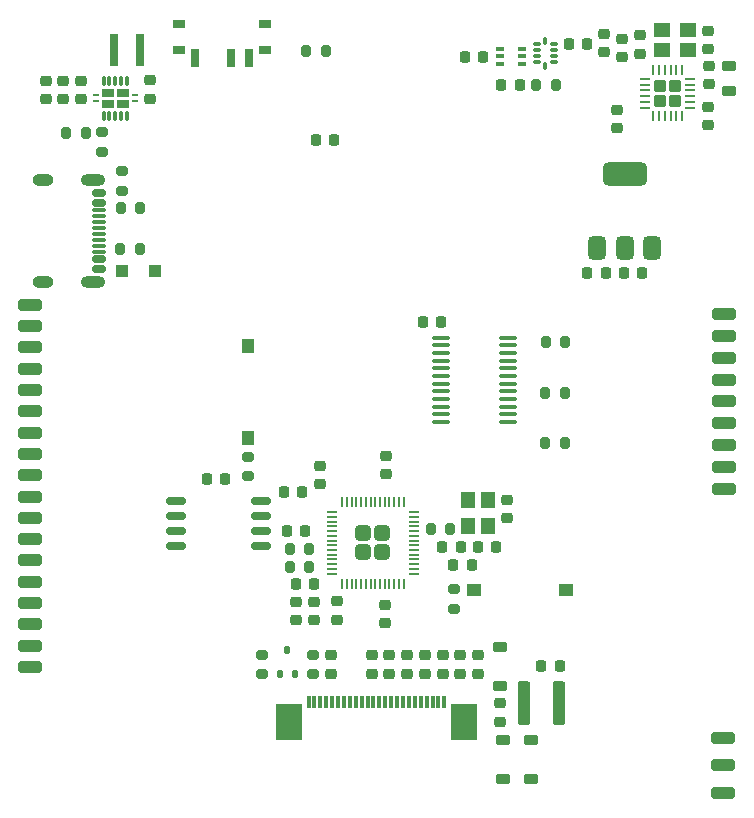
<source format=gbr>
%TF.GenerationSoftware,KiCad,Pcbnew,9.0.0*%
%TF.CreationDate,2025-07-21T17:32:05-04:00*%
%TF.ProjectId,shipwreckedpcb,73686970-7772-4656-936b-65647063622e,rev?*%
%TF.SameCoordinates,Original*%
%TF.FileFunction,Paste,Bot*%
%TF.FilePolarity,Positive*%
%FSLAX46Y46*%
G04 Gerber Fmt 4.6, Leading zero omitted, Abs format (unit mm)*
G04 Created by KiCad (PCBNEW 9.0.0) date 2025-07-21 17:32:05*
%MOMM*%
%LPD*%
G01*
G04 APERTURE LIST*
G04 Aperture macros list*
%AMRoundRect*
0 Rectangle with rounded corners*
0 $1 Rounding radius*
0 $2 $3 $4 $5 $6 $7 $8 $9 X,Y pos of 4 corners*
0 Add a 4 corners polygon primitive as box body*
4,1,4,$2,$3,$4,$5,$6,$7,$8,$9,$2,$3,0*
0 Add four circle primitives for the rounded corners*
1,1,$1+$1,$2,$3*
1,1,$1+$1,$4,$5*
1,1,$1+$1,$6,$7*
1,1,$1+$1,$8,$9*
0 Add four rect primitives between the rounded corners*
20,1,$1+$1,$2,$3,$4,$5,0*
20,1,$1+$1,$4,$5,$6,$7,0*
20,1,$1+$1,$6,$7,$8,$9,0*
20,1,$1+$1,$8,$9,$2,$3,0*%
G04 Aperture macros list end*
%ADD10RoundRect,0.225000X-0.250000X0.225000X-0.250000X-0.225000X0.250000X-0.225000X0.250000X0.225000X0*%
%ADD11RoundRect,0.075000X0.225000X0.075000X-0.225000X0.075000X-0.225000X-0.075000X0.225000X-0.075000X0*%
%ADD12RoundRect,0.075000X0.075000X0.237500X-0.075000X0.237500X-0.075000X-0.237500X0.075000X-0.237500X0*%
%ADD13RoundRect,0.200000X-0.200000X-0.275000X0.200000X-0.275000X0.200000X0.275000X-0.200000X0.275000X0*%
%ADD14RoundRect,0.250000X0.750000X-0.250000X0.750000X0.250000X-0.750000X0.250000X-0.750000X-0.250000X0*%
%ADD15RoundRect,0.200000X0.275000X-0.200000X0.275000X0.200000X-0.275000X0.200000X-0.275000X-0.200000X0*%
%ADD16RoundRect,0.112500X0.112500X0.237500X-0.112500X0.237500X-0.112500X-0.237500X0.112500X-0.237500X0*%
%ADD17RoundRect,0.250000X-0.750000X0.250000X-0.750000X-0.250000X0.750000X-0.250000X0.750000X0.250000X0*%
%ADD18RoundRect,0.225000X0.375000X-0.225000X0.375000X0.225000X-0.375000X0.225000X-0.375000X-0.225000X0*%
%ADD19RoundRect,0.225000X0.250000X-0.225000X0.250000X0.225000X-0.250000X0.225000X-0.250000X-0.225000X0*%
%ADD20RoundRect,0.375000X0.375000X-0.625000X0.375000X0.625000X-0.375000X0.625000X-0.375000X-0.625000X0*%
%ADD21RoundRect,0.500000X1.400000X-0.500000X1.400000X0.500000X-1.400000X0.500000X-1.400000X-0.500000X0*%
%ADD22RoundRect,0.162500X0.650000X0.162500X-0.650000X0.162500X-0.650000X-0.162500X0.650000X-0.162500X0*%
%ADD23RoundRect,0.150000X0.425000X-0.150000X0.425000X0.150000X-0.425000X0.150000X-0.425000X-0.150000X0*%
%ADD24RoundRect,0.075000X0.500000X-0.075000X0.500000X0.075000X-0.500000X0.075000X-0.500000X-0.075000X0*%
%ADD25O,1.800000X1.000000*%
%ADD26O,2.100000X1.000000*%
%ADD27R,1.250000X1.000000*%
%ADD28RoundRect,0.225000X-0.225000X-0.250000X0.225000X-0.250000X0.225000X0.250000X-0.225000X0.250000X0*%
%ADD29R,1.200000X1.400000*%
%ADD30RoundRect,0.250000X0.300000X0.300000X-0.300000X0.300000X-0.300000X-0.300000X0.300000X-0.300000X0*%
%ADD31RoundRect,0.200000X-0.275000X0.200000X-0.275000X-0.200000X0.275000X-0.200000X0.275000X0.200000X0*%
%ADD32RoundRect,0.100000X0.637500X0.100000X-0.637500X0.100000X-0.637500X-0.100000X0.637500X-0.100000X0*%
%ADD33RoundRect,0.225000X0.225000X0.250000X-0.225000X0.250000X-0.225000X-0.250000X0.225000X-0.250000X0*%
%ADD34R,0.280000X0.280000*%
%ADD35O,0.280000X0.850000*%
%ADD36R,1.050000X0.680000*%
%ADD37R,0.500000X0.260000*%
%ADD38R,0.800000X2.700000*%
%ADD39RoundRect,0.225000X-0.375000X0.225000X-0.375000X-0.225000X0.375000X-0.225000X0.375000X0.225000X0*%
%ADD40R,1.000000X1.250000*%
%ADD41RoundRect,0.249999X-0.395001X0.395001X-0.395001X-0.395001X0.395001X-0.395001X0.395001X0.395001X0*%
%ADD42RoundRect,0.050000X-0.050000X0.387500X-0.050000X-0.387500X0.050000X-0.387500X0.050000X0.387500X0*%
%ADD43RoundRect,0.050000X-0.387500X0.050000X-0.387500X-0.050000X0.387500X-0.050000X0.387500X0.050000X0*%
%ADD44RoundRect,0.250000X0.300000X1.600000X-0.300000X1.600000X-0.300000X-1.600000X0.300000X-1.600000X0*%
%ADD45R,1.400000X1.200000*%
%ADD46RoundRect,0.100000X0.225000X0.100000X-0.225000X0.100000X-0.225000X-0.100000X0.225000X-0.100000X0*%
%ADD47RoundRect,0.218750X0.381250X-0.218750X0.381250X0.218750X-0.381250X0.218750X-0.381250X-0.218750X0*%
%ADD48R,0.300000X1.100000*%
%ADD49R,2.300000X3.100000*%
%ADD50R,1.000000X0.800000*%
%ADD51R,0.700000X1.500000*%
%ADD52RoundRect,0.250000X-0.275000X0.275000X-0.275000X-0.275000X0.275000X-0.275000X0.275000X0.275000X0*%
%ADD53RoundRect,0.062500X-0.062500X0.350000X-0.062500X-0.350000X0.062500X-0.350000X0.062500X0.350000X0*%
%ADD54RoundRect,0.062500X-0.350000X0.062500X-0.350000X-0.062500X0.350000X-0.062500X0.350000X0.062500X0*%
%ADD55RoundRect,0.200000X0.200000X0.275000X-0.200000X0.275000X-0.200000X-0.275000X0.200000X-0.275000X0*%
%ADD56RoundRect,0.218750X0.218750X0.256250X-0.218750X0.256250X-0.218750X-0.256250X0.218750X-0.256250X0*%
G04 APERTURE END LIST*
D10*
%TO.C,C8*%
X147750000Y-111875000D03*
X147750000Y-113425000D03*
%TD*%
D11*
%TO.C,FL1*%
X162000000Y-64450000D03*
X162000000Y-64950000D03*
X162000000Y-65450000D03*
X162000000Y-65950000D03*
D12*
X161300000Y-66262500D03*
D11*
X160600000Y-65950000D03*
X160600000Y-65450000D03*
X160600000Y-64950000D03*
X160600000Y-64450000D03*
D12*
X161300000Y-64137500D03*
%TD*%
D13*
%TO.C,R3*%
X139675000Y-108650000D03*
X141325000Y-108650000D03*
%TD*%
D14*
%TO.C,J30*%
X176375000Y-125457500D03*
%TD*%
D15*
%TO.C,R9*%
X137302500Y-117775000D03*
X137302500Y-116125000D03*
%TD*%
D13*
%TO.C,R20*%
X161337500Y-89600000D03*
X162987500Y-89600000D03*
%TD*%
%TO.C,R4*%
X125310000Y-81750000D03*
X126960000Y-81750000D03*
%TD*%
D16*
%TO.C,Q1*%
X140102500Y-117740580D03*
X138802500Y-117740580D03*
X139452500Y-115740580D03*
%TD*%
D17*
%TO.C,J14*%
X117650000Y-93703530D03*
%TD*%
D14*
%TO.C,J35*%
X176450000Y-94675000D03*
%TD*%
D13*
%TO.C,R21*%
X161287500Y-93950000D03*
X162937500Y-93950000D03*
%TD*%
D18*
%TO.C,D3*%
X160100000Y-126650000D03*
X160100000Y-123350000D03*
%TD*%
D19*
%TO.C,C62*%
X166300000Y-65125000D03*
X166300000Y-63575000D03*
%TD*%
D10*
%TO.C,C19*%
X152600000Y-116175000D03*
X152600000Y-117725000D03*
%TD*%
D20*
%TO.C,U6*%
X170312500Y-81700000D03*
X168012500Y-81700000D03*
D21*
X168012500Y-75400000D03*
D20*
X165712500Y-81700000D03*
%TD*%
D22*
%TO.C,U2*%
X137187500Y-103095000D03*
X137187500Y-104365000D03*
X137187500Y-105635000D03*
X137187500Y-106905000D03*
X130012500Y-106905000D03*
X130012500Y-105635000D03*
X130012500Y-104365000D03*
X130012500Y-103095000D03*
%TD*%
D19*
%TO.C,C13*%
X158050000Y-104525000D03*
X158050000Y-102975000D03*
%TD*%
D15*
%TO.C,R8*%
X141600000Y-117775000D03*
X141600000Y-116125000D03*
%TD*%
D23*
%TO.C,J1*%
X123540000Y-83450000D03*
X123540000Y-82650000D03*
D24*
X123540000Y-81500000D03*
X123540000Y-80500000D03*
X123540000Y-80000000D03*
X123540000Y-79000000D03*
D23*
X123540000Y-77850000D03*
X123540000Y-77050000D03*
X123540000Y-77050000D03*
X123540000Y-77850000D03*
D24*
X123540000Y-78500000D03*
X123540000Y-79500000D03*
X123540000Y-81000000D03*
X123540000Y-82000000D03*
D23*
X123540000Y-82650000D03*
X123540000Y-83450000D03*
D25*
X118785000Y-84570000D03*
D26*
X122965000Y-84570000D03*
D25*
X118785000Y-75930000D03*
D26*
X122965000Y-75930000D03*
%TD*%
D27*
%TO.C,SW2*%
X163025000Y-110650000D03*
X155275000Y-110650000D03*
%TD*%
D28*
%TO.C,C22*%
X160975000Y-117100000D03*
X162525000Y-117100000D03*
%TD*%
D10*
%TO.C,C20*%
X155600000Y-116175000D03*
X155600000Y-117725000D03*
%TD*%
%TO.C,C21*%
X157500000Y-120225000D03*
X157500000Y-121775000D03*
%TD*%
D29*
%TO.C,Y1*%
X156450000Y-103050000D03*
X156450000Y-105250000D03*
X154750000Y-105250000D03*
X154750000Y-103050000D03*
%TD*%
D10*
%TO.C,C52*%
X122000000Y-67550000D03*
X122000000Y-69100000D03*
%TD*%
D17*
%TO.C,J26*%
X117650000Y-115345883D03*
%TD*%
%TO.C,J28*%
X117650000Y-117149412D03*
%TD*%
D14*
%TO.C,J31*%
X176450000Y-102050000D03*
%TD*%
D30*
%TO.C,D1*%
X128250000Y-83650000D03*
X125450000Y-83650000D03*
%TD*%
D19*
%TO.C,C54*%
X120500000Y-69100000D03*
X120500000Y-67550000D03*
%TD*%
D10*
%TO.C,C65*%
X169300000Y-63675000D03*
X169300000Y-65225000D03*
%TD*%
D28*
%TO.C,C60*%
X167950000Y-83825000D03*
X169500000Y-83825000D03*
%TD*%
D31*
%TO.C,R19*%
X123800000Y-71900000D03*
X123800000Y-73550000D03*
%TD*%
D15*
%TO.C,R6*%
X153600000Y-112225000D03*
X153600000Y-110575000D03*
%TD*%
D17*
%TO.C,J7*%
X117650000Y-91900000D03*
%TD*%
D14*
%TO.C,J40*%
X176375000Y-123125000D03*
%TD*%
D32*
%TO.C,U7*%
X158162500Y-89275000D03*
X158162500Y-89925000D03*
X158162500Y-90575000D03*
X158162500Y-91225000D03*
X158162500Y-91875000D03*
X158162500Y-92525000D03*
X158162500Y-93175000D03*
X158162500Y-93825000D03*
X158162500Y-94475000D03*
X158162500Y-95125000D03*
X158162500Y-95775000D03*
X158162500Y-96425000D03*
X152437500Y-96425000D03*
X152437500Y-95775000D03*
X152437500Y-95125000D03*
X152437500Y-94475000D03*
X152437500Y-93825000D03*
X152437500Y-93175000D03*
X152437500Y-92525000D03*
X152437500Y-91875000D03*
X152437500Y-91225000D03*
X152437500Y-90575000D03*
X152437500Y-89925000D03*
X152437500Y-89275000D03*
%TD*%
D14*
%TO.C,J37*%
X176450000Y-90987500D03*
%TD*%
D17*
%TO.C,J19*%
X117650000Y-102721177D03*
%TD*%
D33*
%TO.C,C64*%
X159125000Y-67900000D03*
X157575000Y-67900000D03*
%TD*%
D13*
%TO.C,R18*%
X120725000Y-71975000D03*
X122375000Y-71975000D03*
%TD*%
D10*
%TO.C,C17*%
X148100000Y-116175000D03*
X148100000Y-117725000D03*
%TD*%
D34*
%TO.C,U4*%
X123900000Y-67240000D03*
D35*
X123900000Y-67525000D03*
D34*
X124400000Y-67240000D03*
D35*
X124400000Y-67525000D03*
D34*
X124900000Y-67240000D03*
D35*
X124900000Y-67525000D03*
D34*
X125400000Y-67240000D03*
D35*
X125400000Y-67525000D03*
D34*
X125900000Y-67240000D03*
D35*
X125900000Y-67525000D03*
X125900000Y-70475000D03*
D34*
X125900000Y-70760000D03*
D35*
X125400000Y-70475000D03*
D34*
X125400000Y-70760000D03*
D35*
X124900000Y-70475000D03*
D34*
X124900000Y-70760000D03*
D35*
X124400000Y-70475000D03*
D34*
X124400000Y-70760000D03*
D35*
X123900000Y-70475000D03*
D34*
X123900000Y-70760000D03*
D36*
X125535000Y-68550000D03*
X124265000Y-68550000D03*
D37*
X126530000Y-68750000D03*
X123270000Y-68750000D03*
X126530000Y-69250000D03*
X123270000Y-69250000D03*
D36*
X125535000Y-69450000D03*
X124265000Y-69450000D03*
%TD*%
D38*
%TO.C,L9*%
X126950000Y-64900000D03*
X124750000Y-64900000D03*
%TD*%
D28*
%TO.C,C2*%
X153525000Y-108500000D03*
X155075000Y-108500000D03*
%TD*%
D39*
%TO.C,D4*%
X157500000Y-115450000D03*
X157500000Y-118750000D03*
%TD*%
D13*
%TO.C,R24*%
X141075000Y-65000000D03*
X142725000Y-65000000D03*
%TD*%
D14*
%TO.C,J32*%
X176450000Y-100206250D03*
%TD*%
%TO.C,J34*%
X176450000Y-96518750D03*
%TD*%
D33*
%TO.C,C61*%
X166400000Y-83825000D03*
X164850000Y-83825000D03*
%TD*%
D40*
%TO.C,SW1*%
X136150000Y-89975000D03*
X136150000Y-97725000D03*
%TD*%
D14*
%TO.C,J29*%
X176375000Y-127790000D03*
%TD*%
D17*
%TO.C,J16*%
X117650000Y-97310588D03*
%TD*%
D33*
%TO.C,C51*%
X143425000Y-72550000D03*
X141875000Y-72550000D03*
%TD*%
%TO.C,C63*%
X156025000Y-65550000D03*
X154475000Y-65550000D03*
%TD*%
D41*
%TO.C,U1*%
X147505000Y-105850000D03*
X145905000Y-105850000D03*
X147505000Y-107450000D03*
X145905000Y-107450000D03*
D42*
X144105000Y-103212500D03*
X144505000Y-103212500D03*
X144905000Y-103212500D03*
X145305000Y-103212500D03*
X145705000Y-103212500D03*
X146105000Y-103212500D03*
X146505000Y-103212500D03*
X146905000Y-103212500D03*
X147305000Y-103212500D03*
X147705000Y-103212500D03*
X148105000Y-103212500D03*
X148505000Y-103212500D03*
X148905000Y-103212500D03*
X149305000Y-103212500D03*
D43*
X150142500Y-104050000D03*
X150142500Y-104450000D03*
X150142500Y-104850000D03*
X150142500Y-105250000D03*
X150142500Y-105650000D03*
X150142500Y-106050000D03*
X150142500Y-106450000D03*
X150142500Y-106850000D03*
X150142500Y-107250000D03*
X150142500Y-107650000D03*
X150142500Y-108050000D03*
X150142500Y-108450000D03*
X150142500Y-108850000D03*
X150142500Y-109250000D03*
D42*
X149305000Y-110087500D03*
X148905000Y-110087500D03*
X148505000Y-110087500D03*
X148105000Y-110087500D03*
X147705000Y-110087500D03*
X147305000Y-110087500D03*
X146905000Y-110087500D03*
X146505000Y-110087500D03*
X146105000Y-110087500D03*
X145705000Y-110087500D03*
X145305000Y-110087500D03*
X144905000Y-110087500D03*
X144505000Y-110087500D03*
X144105000Y-110087500D03*
D43*
X143267500Y-109250000D03*
X143267500Y-108850000D03*
X143267500Y-108450000D03*
X143267500Y-108050000D03*
X143267500Y-107650000D03*
X143267500Y-107250000D03*
X143267500Y-106850000D03*
X143267500Y-106450000D03*
X143267500Y-106050000D03*
X143267500Y-105650000D03*
X143267500Y-105250000D03*
X143267500Y-104850000D03*
X143267500Y-104450000D03*
X143267500Y-104050000D03*
%TD*%
D44*
%TO.C,L1*%
X162500000Y-120200000D03*
X159500000Y-120200000D03*
%TD*%
D19*
%TO.C,C6*%
X147800000Y-100825000D03*
X147800000Y-99275000D03*
%TD*%
D28*
%TO.C,C12*%
X132637500Y-101255000D03*
X134187500Y-101255000D03*
%TD*%
D17*
%TO.C,J23*%
X117650000Y-109935294D03*
%TD*%
%TO.C,J25*%
X117650000Y-113542353D03*
%TD*%
D39*
%TO.C,D2*%
X157700000Y-123350000D03*
X157700000Y-126650000D03*
%TD*%
D13*
%TO.C,R2*%
X139675000Y-107150000D03*
X141325000Y-107150000D03*
%TD*%
D31*
%TO.C,FB1*%
X125435000Y-75195000D03*
X125435000Y-76845000D03*
%TD*%
D17*
%TO.C,J17*%
X117650000Y-99114118D03*
%TD*%
D19*
%TO.C,C55*%
X119000000Y-69100000D03*
X119000000Y-67550000D03*
%TD*%
D45*
%TO.C,Y2*%
X173350000Y-64950000D03*
X171150000Y-64950000D03*
X171150000Y-63250000D03*
X173350000Y-63250000D03*
%TD*%
D17*
%TO.C,J6*%
X117650000Y-90096471D03*
%TD*%
D46*
%TO.C,U3*%
X159350000Y-64800000D03*
X159350000Y-65450000D03*
X159350000Y-66100000D03*
X157450000Y-66100000D03*
X157450000Y-65450000D03*
X157450000Y-64800000D03*
%TD*%
D47*
%TO.C,L11*%
X176850000Y-68362500D03*
X176850000Y-66237500D03*
%TD*%
D10*
%TO.C,C11*%
X140196992Y-111628710D03*
X140196992Y-113178710D03*
%TD*%
D17*
%TO.C,J24*%
X117650000Y-111738824D03*
%TD*%
D48*
%TO.C,J2*%
X152750000Y-120100000D03*
X152250000Y-120100000D03*
X151750000Y-120100000D03*
X151250000Y-120100000D03*
X150750000Y-120100000D03*
X150250000Y-120100000D03*
X149750000Y-120100000D03*
X149250000Y-120100000D03*
X148750000Y-120100000D03*
X148250000Y-120100000D03*
X147750000Y-120100000D03*
X147250000Y-120100000D03*
X146750000Y-120100000D03*
X146250000Y-120100000D03*
X145750000Y-120100000D03*
X145250000Y-120100000D03*
X144750000Y-120100000D03*
X144250000Y-120100000D03*
X143750000Y-120100000D03*
X143250000Y-120100000D03*
X142750000Y-120100000D03*
X142250000Y-120100000D03*
X141750000Y-120100000D03*
X141250000Y-120100000D03*
D49*
X154420000Y-121800000D03*
X139580000Y-121800000D03*
%TD*%
D50*
%TO.C,SW19*%
X130275000Y-62720000D03*
X130275000Y-64930000D03*
X137575000Y-62720000D03*
X137575000Y-64930000D03*
D51*
X131675000Y-65580000D03*
X134675000Y-65580000D03*
X136175000Y-65580000D03*
%TD*%
D19*
%TO.C,C24*%
X167350000Y-71525000D03*
X167350000Y-69975000D03*
%TD*%
D10*
%TO.C,C15*%
X143150000Y-116175000D03*
X143150000Y-117725000D03*
%TD*%
%TO.C,C23*%
X151100000Y-116175000D03*
X151100000Y-117725000D03*
%TD*%
D17*
%TO.C,J22*%
X117650000Y-108131765D03*
%TD*%
D19*
%TO.C,C57*%
X167800000Y-65525000D03*
X167800000Y-63975000D03*
%TD*%
D10*
%TO.C,C67*%
X175150000Y-66275000D03*
X175150000Y-67825000D03*
%TD*%
D52*
%TO.C,U8*%
X172300000Y-67937500D03*
X171000000Y-67937500D03*
X172300000Y-69237500D03*
X171000000Y-69237500D03*
D53*
X170400000Y-66650000D03*
X170900000Y-66650000D03*
X171400000Y-66650000D03*
X171900000Y-66650000D03*
X172400000Y-66650000D03*
X172900000Y-66650000D03*
D54*
X173587500Y-67337500D03*
X173587500Y-67837500D03*
X173587500Y-68337500D03*
X173587500Y-68837500D03*
X173587500Y-69337500D03*
X173587500Y-69837500D03*
D53*
X172900000Y-70525000D03*
X172400000Y-70525000D03*
X171900000Y-70525000D03*
X171400000Y-70525000D03*
X170900000Y-70525000D03*
X170400000Y-70525000D03*
D54*
X169712500Y-69837500D03*
X169712500Y-69337500D03*
X169712500Y-68837500D03*
X169712500Y-68337500D03*
X169712500Y-67837500D03*
X169712500Y-67337500D03*
%TD*%
D17*
%TO.C,J20*%
X117650000Y-104524706D03*
%TD*%
D55*
%TO.C,R1*%
X153230534Y-105505065D03*
X151580534Y-105505065D03*
%TD*%
D33*
%TO.C,C1*%
X140975000Y-105650000D03*
X139425000Y-105650000D03*
%TD*%
D55*
%TO.C,R23*%
X162175000Y-67900000D03*
X160525000Y-67900000D03*
%TD*%
D19*
%TO.C,C4*%
X142200000Y-101675000D03*
X142200000Y-100125000D03*
%TD*%
D13*
%TO.C,R5*%
X125360000Y-78270000D03*
X127010000Y-78270000D03*
%TD*%
D33*
%TO.C,C5*%
X140725000Y-102300000D03*
X139175000Y-102300000D03*
%TD*%
D28*
%TO.C,C3*%
X140175000Y-110150000D03*
X141725000Y-110150000D03*
%TD*%
D14*
%TO.C,J39*%
X176450000Y-87300000D03*
%TD*%
D19*
%TO.C,C53*%
X127800000Y-69025000D03*
X127800000Y-67475000D03*
%TD*%
D14*
%TO.C,J33*%
X176450000Y-98362500D03*
%TD*%
D10*
%TO.C,C26*%
X154100000Y-116175000D03*
X154100000Y-117725000D03*
%TD*%
D31*
%TO.C,R7*%
X136150000Y-99350000D03*
X136150000Y-101000000D03*
%TD*%
D17*
%TO.C,J15*%
X117650000Y-95507059D03*
%TD*%
D10*
%TO.C,C25*%
X175100000Y-63275000D03*
X175100000Y-64825000D03*
%TD*%
D28*
%TO.C,C7*%
X152575000Y-107000000D03*
X154125000Y-107000000D03*
%TD*%
D10*
%TO.C,C9*%
X143650000Y-111607500D03*
X143650000Y-113157500D03*
%TD*%
D33*
%TO.C,C14*%
X157125000Y-107000000D03*
X155575000Y-107000000D03*
%TD*%
D10*
%TO.C,C18*%
X149600000Y-116175000D03*
X149600000Y-117725000D03*
%TD*%
D13*
%TO.C,R22*%
X161299448Y-98224232D03*
X162949448Y-98224232D03*
%TD*%
D10*
%TO.C,C10*%
X141696992Y-111628710D03*
X141696992Y-113178710D03*
%TD*%
D17*
%TO.C,J4*%
X117650000Y-88292941D03*
%TD*%
D28*
%TO.C,C56*%
X150925000Y-87975000D03*
X152475000Y-87975000D03*
%TD*%
D10*
%TO.C,C16*%
X146600000Y-116175000D03*
X146600000Y-117725000D03*
%TD*%
D14*
%TO.C,J38*%
X176450000Y-89143750D03*
%TD*%
%TO.C,J36*%
X176450000Y-92831250D03*
%TD*%
D56*
%TO.C,L10*%
X164837500Y-64450000D03*
X163262500Y-64450000D03*
%TD*%
D10*
%TO.C,C66*%
X175050000Y-69725000D03*
X175050000Y-71275000D03*
%TD*%
D17*
%TO.C,J3*%
X117650000Y-86489412D03*
%TD*%
%TO.C,J18*%
X117650000Y-100917647D03*
%TD*%
%TO.C,J21*%
X117650000Y-106328236D03*
%TD*%
M02*

</source>
